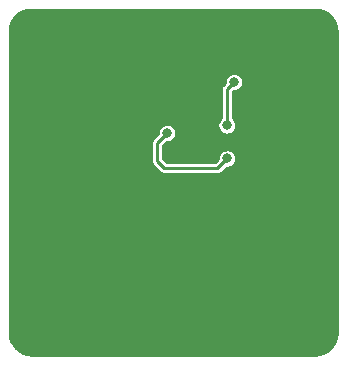
<source format=gbl>
G04 #@! TF.GenerationSoftware,KiCad,Pcbnew,(5.1.4-0-10_14)*
G04 #@! TF.CreationDate,2020-02-13T02:06:37-05:00*
G04 #@! TF.ProjectId,Buck_HighCurrent,4275636b-5f48-4696-9768-43757272656e,rev?*
G04 #@! TF.SameCoordinates,Original*
G04 #@! TF.FileFunction,Copper,L2,Bot*
G04 #@! TF.FilePolarity,Positive*
%FSLAX46Y46*%
G04 Gerber Fmt 4.6, Leading zero omitted, Abs format (unit mm)*
G04 Created by KiCad (PCBNEW (5.1.4-0-10_14)) date 2020-02-13 02:06:37*
%MOMM*%
%LPD*%
G04 APERTURE LIST*
%ADD10C,0.800000*%
%ADD11C,0.254000*%
G04 APERTURE END LIST*
D10*
X112406779Y-119707881D03*
X113024920Y-116039900D03*
X97282000Y-128016000D03*
X97282000Y-129286000D03*
X97282000Y-130556000D03*
X97282000Y-131826000D03*
X107950000Y-122174000D03*
X109220000Y-122174000D03*
X110490000Y-122174000D03*
X97282000Y-116332000D03*
X98298000Y-115316000D03*
X97282000Y-114300000D03*
X98298000Y-113284000D03*
X116586000Y-114808000D03*
X116840000Y-112014000D03*
X114300000Y-112014000D03*
X112014000Y-112014000D03*
X109728000Y-112014000D03*
X107696000Y-112014000D03*
X112453420Y-122509280D03*
X107373420Y-120347740D03*
D11*
X112406779Y-116658041D02*
X113024920Y-116039900D01*
X112406779Y-119707881D02*
X112406779Y-116658041D01*
X112453420Y-122509280D02*
X111615220Y-123347480D01*
X111615220Y-123347480D02*
X107129580Y-123347480D01*
X107129580Y-123347480D02*
X106530140Y-122748040D01*
X106530140Y-121191020D02*
X107373420Y-120347740D01*
X106530140Y-122748040D02*
X106530140Y-121191020D01*
G36*
X120245950Y-109952212D02*
G01*
X120590269Y-110056168D01*
X120907836Y-110225021D01*
X121186562Y-110452345D01*
X121415823Y-110729474D01*
X121586888Y-111045853D01*
X121693245Y-111389439D01*
X121733000Y-111767684D01*
X121733001Y-137265424D01*
X121695788Y-137644950D01*
X121591832Y-137989269D01*
X121422979Y-138306836D01*
X121195655Y-138585563D01*
X120918529Y-138814821D01*
X120602149Y-138985887D01*
X120258562Y-139092245D01*
X119880316Y-139132000D01*
X95906566Y-139132000D01*
X95527050Y-139094788D01*
X95182731Y-138990832D01*
X94865164Y-138821979D01*
X94586437Y-138594655D01*
X94357179Y-138317529D01*
X94186113Y-138001149D01*
X94079755Y-137657562D01*
X94040000Y-137279316D01*
X94040000Y-121191020D01*
X106019683Y-121191020D01*
X106022141Y-121215974D01*
X106022140Y-122723095D01*
X106019683Y-122748040D01*
X106022140Y-122772984D01*
X106022140Y-122772986D01*
X106029491Y-122847624D01*
X106058539Y-122943382D01*
X106105711Y-123031635D01*
X106169192Y-123108988D01*
X106188575Y-123124895D01*
X106752729Y-123689050D01*
X106768632Y-123708428D01*
X106788009Y-123724330D01*
X106845984Y-123771909D01*
X106934235Y-123819080D01*
X106934237Y-123819081D01*
X107029995Y-123848129D01*
X107104633Y-123855480D01*
X107104635Y-123855480D01*
X107129579Y-123857937D01*
X107154523Y-123855480D01*
X111590276Y-123855480D01*
X111615220Y-123857937D01*
X111640164Y-123855480D01*
X111640167Y-123855480D01*
X111714805Y-123848129D01*
X111810563Y-123819081D01*
X111898815Y-123771909D01*
X111976168Y-123708428D01*
X111992075Y-123689045D01*
X112390840Y-123290280D01*
X112530342Y-123290280D01*
X112681229Y-123260267D01*
X112823362Y-123201393D01*
X112951279Y-123115922D01*
X113060062Y-123007139D01*
X113145533Y-122879222D01*
X113204407Y-122737089D01*
X113234420Y-122586202D01*
X113234420Y-122432358D01*
X113204407Y-122281471D01*
X113145533Y-122139338D01*
X113060062Y-122011421D01*
X112951279Y-121902638D01*
X112823362Y-121817167D01*
X112681229Y-121758293D01*
X112530342Y-121728280D01*
X112376498Y-121728280D01*
X112225611Y-121758293D01*
X112083478Y-121817167D01*
X111955561Y-121902638D01*
X111846778Y-122011421D01*
X111761307Y-122139338D01*
X111702433Y-122281471D01*
X111672420Y-122432358D01*
X111672420Y-122571860D01*
X111404800Y-122839480D01*
X107340001Y-122839480D01*
X107038140Y-122537620D01*
X107038140Y-121401440D01*
X107310840Y-121128740D01*
X107450342Y-121128740D01*
X107601229Y-121098727D01*
X107743362Y-121039853D01*
X107871279Y-120954382D01*
X107980062Y-120845599D01*
X108065533Y-120717682D01*
X108124407Y-120575549D01*
X108154420Y-120424662D01*
X108154420Y-120270818D01*
X108124407Y-120119931D01*
X108065533Y-119977798D01*
X107980062Y-119849881D01*
X107871279Y-119741098D01*
X107743362Y-119655627D01*
X107683809Y-119630959D01*
X111625779Y-119630959D01*
X111625779Y-119784803D01*
X111655792Y-119935690D01*
X111714666Y-120077823D01*
X111800137Y-120205740D01*
X111908920Y-120314523D01*
X112036837Y-120399994D01*
X112178970Y-120458868D01*
X112329857Y-120488881D01*
X112483701Y-120488881D01*
X112634588Y-120458868D01*
X112776721Y-120399994D01*
X112904638Y-120314523D01*
X113013421Y-120205740D01*
X113098892Y-120077823D01*
X113157766Y-119935690D01*
X113187779Y-119784803D01*
X113187779Y-119630959D01*
X113157766Y-119480072D01*
X113098892Y-119337939D01*
X113013421Y-119210022D01*
X112914779Y-119111380D01*
X112914779Y-116868461D01*
X112962340Y-116820900D01*
X113101842Y-116820900D01*
X113252729Y-116790887D01*
X113394862Y-116732013D01*
X113522779Y-116646542D01*
X113631562Y-116537759D01*
X113717033Y-116409842D01*
X113775907Y-116267709D01*
X113805920Y-116116822D01*
X113805920Y-115962978D01*
X113775907Y-115812091D01*
X113717033Y-115669958D01*
X113631562Y-115542041D01*
X113522779Y-115433258D01*
X113394862Y-115347787D01*
X113252729Y-115288913D01*
X113101842Y-115258900D01*
X112947998Y-115258900D01*
X112797111Y-115288913D01*
X112654978Y-115347787D01*
X112527061Y-115433258D01*
X112418278Y-115542041D01*
X112332807Y-115669958D01*
X112273933Y-115812091D01*
X112243920Y-115962978D01*
X112243920Y-116102480D01*
X112065209Y-116281191D01*
X112045832Y-116297093D01*
X112029930Y-116316470D01*
X112029929Y-116316471D01*
X111982350Y-116374446D01*
X111963431Y-116409842D01*
X111935179Y-116462698D01*
X111912410Y-116537759D01*
X111906131Y-116558457D01*
X111896322Y-116658041D01*
X111898780Y-116682995D01*
X111898779Y-119111380D01*
X111800137Y-119210022D01*
X111714666Y-119337939D01*
X111655792Y-119480072D01*
X111625779Y-119630959D01*
X107683809Y-119630959D01*
X107601229Y-119596753D01*
X107450342Y-119566740D01*
X107296498Y-119566740D01*
X107145611Y-119596753D01*
X107003478Y-119655627D01*
X106875561Y-119741098D01*
X106766778Y-119849881D01*
X106681307Y-119977798D01*
X106622433Y-120119931D01*
X106592420Y-120270818D01*
X106592420Y-120410320D01*
X106188570Y-120814170D01*
X106169193Y-120830072D01*
X106153291Y-120849449D01*
X106153290Y-120849450D01*
X106105711Y-120907425D01*
X106058540Y-120995677D01*
X106029492Y-121091436D01*
X106019683Y-121191020D01*
X94040000Y-121191020D01*
X94040000Y-111781567D01*
X94077212Y-111402050D01*
X94181168Y-111057731D01*
X94350021Y-110740164D01*
X94577345Y-110461438D01*
X94854474Y-110232177D01*
X95170853Y-110061112D01*
X95514439Y-109954755D01*
X95892684Y-109915000D01*
X119866433Y-109915000D01*
X120245950Y-109952212D01*
X120245950Y-109952212D01*
G37*
X120245950Y-109952212D02*
X120590269Y-110056168D01*
X120907836Y-110225021D01*
X121186562Y-110452345D01*
X121415823Y-110729474D01*
X121586888Y-111045853D01*
X121693245Y-111389439D01*
X121733000Y-111767684D01*
X121733001Y-137265424D01*
X121695788Y-137644950D01*
X121591832Y-137989269D01*
X121422979Y-138306836D01*
X121195655Y-138585563D01*
X120918529Y-138814821D01*
X120602149Y-138985887D01*
X120258562Y-139092245D01*
X119880316Y-139132000D01*
X95906566Y-139132000D01*
X95527050Y-139094788D01*
X95182731Y-138990832D01*
X94865164Y-138821979D01*
X94586437Y-138594655D01*
X94357179Y-138317529D01*
X94186113Y-138001149D01*
X94079755Y-137657562D01*
X94040000Y-137279316D01*
X94040000Y-121191020D01*
X106019683Y-121191020D01*
X106022141Y-121215974D01*
X106022140Y-122723095D01*
X106019683Y-122748040D01*
X106022140Y-122772984D01*
X106022140Y-122772986D01*
X106029491Y-122847624D01*
X106058539Y-122943382D01*
X106105711Y-123031635D01*
X106169192Y-123108988D01*
X106188575Y-123124895D01*
X106752729Y-123689050D01*
X106768632Y-123708428D01*
X106788009Y-123724330D01*
X106845984Y-123771909D01*
X106934235Y-123819080D01*
X106934237Y-123819081D01*
X107029995Y-123848129D01*
X107104633Y-123855480D01*
X107104635Y-123855480D01*
X107129579Y-123857937D01*
X107154523Y-123855480D01*
X111590276Y-123855480D01*
X111615220Y-123857937D01*
X111640164Y-123855480D01*
X111640167Y-123855480D01*
X111714805Y-123848129D01*
X111810563Y-123819081D01*
X111898815Y-123771909D01*
X111976168Y-123708428D01*
X111992075Y-123689045D01*
X112390840Y-123290280D01*
X112530342Y-123290280D01*
X112681229Y-123260267D01*
X112823362Y-123201393D01*
X112951279Y-123115922D01*
X113060062Y-123007139D01*
X113145533Y-122879222D01*
X113204407Y-122737089D01*
X113234420Y-122586202D01*
X113234420Y-122432358D01*
X113204407Y-122281471D01*
X113145533Y-122139338D01*
X113060062Y-122011421D01*
X112951279Y-121902638D01*
X112823362Y-121817167D01*
X112681229Y-121758293D01*
X112530342Y-121728280D01*
X112376498Y-121728280D01*
X112225611Y-121758293D01*
X112083478Y-121817167D01*
X111955561Y-121902638D01*
X111846778Y-122011421D01*
X111761307Y-122139338D01*
X111702433Y-122281471D01*
X111672420Y-122432358D01*
X111672420Y-122571860D01*
X111404800Y-122839480D01*
X107340001Y-122839480D01*
X107038140Y-122537620D01*
X107038140Y-121401440D01*
X107310840Y-121128740D01*
X107450342Y-121128740D01*
X107601229Y-121098727D01*
X107743362Y-121039853D01*
X107871279Y-120954382D01*
X107980062Y-120845599D01*
X108065533Y-120717682D01*
X108124407Y-120575549D01*
X108154420Y-120424662D01*
X108154420Y-120270818D01*
X108124407Y-120119931D01*
X108065533Y-119977798D01*
X107980062Y-119849881D01*
X107871279Y-119741098D01*
X107743362Y-119655627D01*
X107683809Y-119630959D01*
X111625779Y-119630959D01*
X111625779Y-119784803D01*
X111655792Y-119935690D01*
X111714666Y-120077823D01*
X111800137Y-120205740D01*
X111908920Y-120314523D01*
X112036837Y-120399994D01*
X112178970Y-120458868D01*
X112329857Y-120488881D01*
X112483701Y-120488881D01*
X112634588Y-120458868D01*
X112776721Y-120399994D01*
X112904638Y-120314523D01*
X113013421Y-120205740D01*
X113098892Y-120077823D01*
X113157766Y-119935690D01*
X113187779Y-119784803D01*
X113187779Y-119630959D01*
X113157766Y-119480072D01*
X113098892Y-119337939D01*
X113013421Y-119210022D01*
X112914779Y-119111380D01*
X112914779Y-116868461D01*
X112962340Y-116820900D01*
X113101842Y-116820900D01*
X113252729Y-116790887D01*
X113394862Y-116732013D01*
X113522779Y-116646542D01*
X113631562Y-116537759D01*
X113717033Y-116409842D01*
X113775907Y-116267709D01*
X113805920Y-116116822D01*
X113805920Y-115962978D01*
X113775907Y-115812091D01*
X113717033Y-115669958D01*
X113631562Y-115542041D01*
X113522779Y-115433258D01*
X113394862Y-115347787D01*
X113252729Y-115288913D01*
X113101842Y-115258900D01*
X112947998Y-115258900D01*
X112797111Y-115288913D01*
X112654978Y-115347787D01*
X112527061Y-115433258D01*
X112418278Y-115542041D01*
X112332807Y-115669958D01*
X112273933Y-115812091D01*
X112243920Y-115962978D01*
X112243920Y-116102480D01*
X112065209Y-116281191D01*
X112045832Y-116297093D01*
X112029930Y-116316470D01*
X112029929Y-116316471D01*
X111982350Y-116374446D01*
X111963431Y-116409842D01*
X111935179Y-116462698D01*
X111912410Y-116537759D01*
X111906131Y-116558457D01*
X111896322Y-116658041D01*
X111898780Y-116682995D01*
X111898779Y-119111380D01*
X111800137Y-119210022D01*
X111714666Y-119337939D01*
X111655792Y-119480072D01*
X111625779Y-119630959D01*
X107683809Y-119630959D01*
X107601229Y-119596753D01*
X107450342Y-119566740D01*
X107296498Y-119566740D01*
X107145611Y-119596753D01*
X107003478Y-119655627D01*
X106875561Y-119741098D01*
X106766778Y-119849881D01*
X106681307Y-119977798D01*
X106622433Y-120119931D01*
X106592420Y-120270818D01*
X106592420Y-120410320D01*
X106188570Y-120814170D01*
X106169193Y-120830072D01*
X106153291Y-120849449D01*
X106153290Y-120849450D01*
X106105711Y-120907425D01*
X106058540Y-120995677D01*
X106029492Y-121091436D01*
X106019683Y-121191020D01*
X94040000Y-121191020D01*
X94040000Y-111781567D01*
X94077212Y-111402050D01*
X94181168Y-111057731D01*
X94350021Y-110740164D01*
X94577345Y-110461438D01*
X94854474Y-110232177D01*
X95170853Y-110061112D01*
X95514439Y-109954755D01*
X95892684Y-109915000D01*
X119866433Y-109915000D01*
X120245950Y-109952212D01*
M02*

</source>
